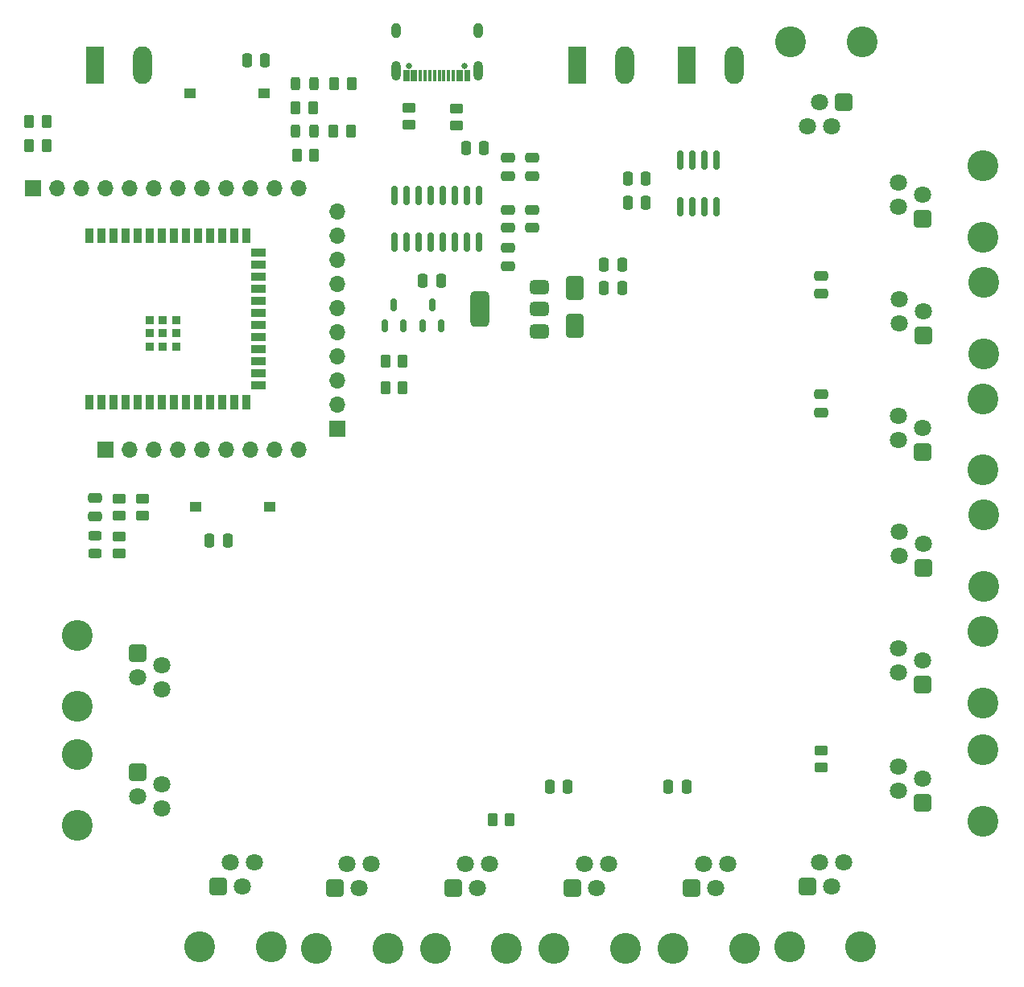
<source format=gbr>
%TF.GenerationSoftware,KiCad,Pcbnew,9.0.2-9.0.2-0~ubuntu24.04.1*%
%TF.CreationDate,2025-07-05T10:39:13-05:00*%
%TF.ProjectId,RECUV01,52454355-5630-4312-9e6b-696361645f70,rev?*%
%TF.SameCoordinates,Original*%
%TF.FileFunction,Soldermask,Top*%
%TF.FilePolarity,Negative*%
%FSLAX46Y46*%
G04 Gerber Fmt 4.6, Leading zero omitted, Abs format (unit mm)*
G04 Created by KiCad (PCBNEW 9.0.2-9.0.2-0~ubuntu24.04.1) date 2025-07-05 10:39:13*
%MOMM*%
%LPD*%
G01*
G04 APERTURE LIST*
G04 Aperture macros list*
%AMRoundRect*
0 Rectangle with rounded corners*
0 $1 Rounding radius*
0 $2 $3 $4 $5 $6 $7 $8 $9 X,Y pos of 4 corners*
0 Add a 4 corners polygon primitive as box body*
4,1,4,$2,$3,$4,$5,$6,$7,$8,$9,$2,$3,0*
0 Add four circle primitives for the rounded corners*
1,1,$1+$1,$2,$3*
1,1,$1+$1,$4,$5*
1,1,$1+$1,$6,$7*
1,1,$1+$1,$8,$9*
0 Add four rect primitives between the rounded corners*
20,1,$1+$1,$2,$3,$4,$5,0*
20,1,$1+$1,$4,$5,$6,$7,0*
20,1,$1+$1,$6,$7,$8,$9,0*
20,1,$1+$1,$8,$9,$2,$3,0*%
G04 Aperture macros list end*
%ADD10RoundRect,0.250000X-0.450000X0.262500X-0.450000X-0.262500X0.450000X-0.262500X0.450000X0.262500X0*%
%ADD11R,1.700000X1.700000*%
%ADD12O,1.700000X1.700000*%
%ADD13RoundRect,0.250000X-0.262500X-0.450000X0.262500X-0.450000X0.262500X0.450000X-0.262500X0.450000X0*%
%ADD14RoundRect,0.250000X0.262500X0.450000X-0.262500X0.450000X-0.262500X-0.450000X0.262500X-0.450000X0*%
%ADD15RoundRect,0.250000X0.475000X-0.250000X0.475000X0.250000X-0.475000X0.250000X-0.475000X-0.250000X0*%
%ADD16RoundRect,0.250000X-0.250000X-0.475000X0.250000X-0.475000X0.250000X0.475000X-0.250000X0.475000X0*%
%ADD17RoundRect,0.150000X-0.150000X0.825000X-0.150000X-0.825000X0.150000X-0.825000X0.150000X0.825000X0*%
%ADD18RoundRect,0.243750X-0.243750X-0.456250X0.243750X-0.456250X0.243750X0.456250X-0.243750X0.456250X0*%
%ADD19C,3.250000*%
%ADD20RoundRect,0.250000X-0.650000X-0.650000X0.650000X-0.650000X0.650000X0.650000X-0.650000X0.650000X0*%
%ADD21C,1.800000*%
%ADD22RoundRect,0.250000X0.450000X-0.262500X0.450000X0.262500X-0.450000X0.262500X-0.450000X-0.262500X0*%
%ADD23RoundRect,0.375000X0.625000X0.375000X-0.625000X0.375000X-0.625000X-0.375000X0.625000X-0.375000X0*%
%ADD24RoundRect,0.500000X0.500000X1.400000X-0.500000X1.400000X-0.500000X-1.400000X0.500000X-1.400000X0*%
%ADD25RoundRect,0.250000X0.650000X-0.650000X0.650000X0.650000X-0.650000X0.650000X-0.650000X-0.650000X0*%
%ADD26R,1.980000X3.960000*%
%ADD27O,1.980000X3.960000*%
%ADD28RoundRect,0.250000X0.650000X-1.000000X0.650000X1.000000X-0.650000X1.000000X-0.650000X-1.000000X0*%
%ADD29R,0.900000X1.500000*%
%ADD30R,1.500000X0.900000*%
%ADD31R,0.900000X0.900000*%
%ADD32C,0.650000*%
%ADD33R,0.300000X1.150000*%
%ADD34O,1.000000X2.100000*%
%ADD35O,1.000000X1.600000*%
%ADD36RoundRect,0.243750X0.456250X-0.243750X0.456250X0.243750X-0.456250X0.243750X-0.456250X-0.243750X0*%
%ADD37RoundRect,0.250000X-0.650000X0.650000X-0.650000X-0.650000X0.650000X-0.650000X0.650000X0.650000X0*%
%ADD38R,1.250000X1.000000*%
%ADD39RoundRect,0.250000X-0.475000X0.250000X-0.475000X-0.250000X0.475000X-0.250000X0.475000X0.250000X0*%
%ADD40RoundRect,0.250000X0.250000X0.475000X-0.250000X0.475000X-0.250000X-0.475000X0.250000X-0.475000X0*%
%ADD41RoundRect,0.250000X0.650000X0.650000X-0.650000X0.650000X-0.650000X-0.650000X0.650000X-0.650000X0*%
%ADD42RoundRect,0.150000X0.150000X-0.512500X0.150000X0.512500X-0.150000X0.512500X-0.150000X-0.512500X0*%
G04 APERTURE END LIST*
D10*
%TO.C,R2*%
X115840000Y-45037500D03*
X115840000Y-46862500D03*
%TD*%
D11*
%TO.C,J7*%
X103340000Y-78770000D03*
D12*
X103340000Y-76230000D03*
X103340000Y-73690000D03*
X103340000Y-71150000D03*
X103340000Y-68610000D03*
X103340000Y-66070000D03*
X103340000Y-63530000D03*
X103340000Y-60990000D03*
X103340000Y-58450000D03*
X103340000Y-55910000D03*
%TD*%
D13*
%TO.C,R9*%
X108377500Y-71675000D03*
X110202500Y-71675000D03*
%TD*%
D14*
%TO.C,R15*%
X72752500Y-48950000D03*
X70927500Y-48950000D03*
%TD*%
D15*
%TO.C,C7*%
X123790000Y-57625000D03*
X123790000Y-55725000D03*
%TD*%
%TO.C,C6*%
X121290000Y-57625000D03*
X121290000Y-55725000D03*
%TD*%
D16*
%TO.C,C12*%
X89890000Y-90500000D03*
X91790000Y-90500000D03*
%TD*%
D17*
%TO.C,U4*%
X143245000Y-50450000D03*
X141975000Y-50450000D03*
X140705000Y-50450000D03*
X139435000Y-50450000D03*
X139435000Y-55400000D03*
X140705000Y-55400000D03*
X141975000Y-55400000D03*
X143245000Y-55400000D03*
%TD*%
D18*
%TO.C,D1*%
X98965000Y-42450000D03*
X100840000Y-42450000D03*
%TD*%
D19*
%TO.C,BUS_I2C_1_1*%
X101140000Y-133410000D03*
X108640000Y-133410000D03*
D20*
X103050000Y-127060000D03*
D21*
X104320000Y-124520000D03*
X105590000Y-127060000D03*
X106860000Y-124520000D03*
%TD*%
D16*
%TO.C,C2*%
X131390000Y-61450000D03*
X133290000Y-61450000D03*
%TD*%
D22*
%TO.C,R10*%
X80340000Y-87912500D03*
X80340000Y-86087500D03*
%TD*%
D23*
%TO.C,U2*%
X124590000Y-68475000D03*
X124590000Y-66175000D03*
D24*
X118290000Y-66175000D03*
D23*
X124590000Y-63875000D03*
%TD*%
D19*
%TO.C,FC28_1*%
X150890000Y-133300000D03*
X158390000Y-133300000D03*
D20*
X152800000Y-126950000D03*
D21*
X154070000Y-124410000D03*
X155340000Y-126950000D03*
X156610000Y-124410000D03*
%TD*%
D11*
%TO.C,J6*%
X78940000Y-80950000D03*
D12*
X81480000Y-80950000D03*
X84020000Y-80950000D03*
X86560000Y-80950000D03*
X89100000Y-80950000D03*
X91640000Y-80950000D03*
X94180000Y-80950000D03*
X96720000Y-80950000D03*
X99260000Y-80950000D03*
%TD*%
D19*
%TO.C,PLUVIOMETER_2*%
X171250000Y-83100000D03*
X171250000Y-75600000D03*
D25*
X164900000Y-81190000D03*
D21*
X162360000Y-79920000D03*
X164900000Y-78650000D03*
X162360000Y-77380000D03*
%TD*%
D26*
%TO.C,J4*%
X140075000Y-40450000D03*
D27*
X145075000Y-40450000D03*
%TD*%
D19*
%TO.C,HX711_1*%
X171250000Y-58600000D03*
X171250000Y-51100000D03*
D25*
X164900000Y-56690000D03*
D21*
X162360000Y-55420000D03*
X164900000Y-54150000D03*
X162360000Y-52880000D03*
%TD*%
D28*
%TO.C,D3*%
X128340000Y-67950000D03*
X128340000Y-63950000D03*
%TD*%
D26*
%TO.C,J3*%
X77840000Y-40450000D03*
D27*
X82840000Y-40450000D03*
%TD*%
D29*
%TO.C,U3*%
X77260000Y-75950000D03*
X78530000Y-75950000D03*
X79800000Y-75950000D03*
X81070000Y-75950000D03*
X82340000Y-75950000D03*
X83610000Y-75950000D03*
X84880000Y-75950000D03*
X86150000Y-75950000D03*
X87420000Y-75950000D03*
X88690000Y-75950000D03*
X89960000Y-75950000D03*
X91230000Y-75950000D03*
X92500000Y-75950000D03*
X93770000Y-75950000D03*
D30*
X95020000Y-74185000D03*
X95020000Y-72915000D03*
X95020000Y-71645000D03*
X95020000Y-70375000D03*
X95020000Y-69105000D03*
X95020000Y-67835000D03*
X95020000Y-66565000D03*
X95020000Y-65295000D03*
X95020000Y-64025000D03*
X95020000Y-62755000D03*
X95020000Y-61485000D03*
X95020000Y-60215000D03*
D29*
X93770000Y-58450000D03*
X92500000Y-58450000D03*
X91230000Y-58450000D03*
X89960000Y-58450000D03*
X88690000Y-58450000D03*
X87420000Y-58450000D03*
X86150000Y-58450000D03*
X84880000Y-58450000D03*
X83610000Y-58450000D03*
X82340000Y-58450000D03*
X81070000Y-58450000D03*
X79800000Y-58450000D03*
X78530000Y-58450000D03*
X77260000Y-58450000D03*
D31*
X83580000Y-70100000D03*
X84980000Y-70100000D03*
X86380000Y-70100000D03*
X86380000Y-70100000D03*
X83580000Y-68700000D03*
X83580000Y-68700000D03*
X84980000Y-68700000D03*
X86380000Y-68700000D03*
X83580000Y-67300000D03*
X84980000Y-67300000D03*
X86380000Y-67300000D03*
%TD*%
D10*
%TO.C,R7*%
X80340000Y-90087500D03*
X80340000Y-91912500D03*
%TD*%
D32*
%TO.C,J1*%
X116680000Y-40555000D03*
X110900000Y-40555000D03*
D33*
X117140000Y-41620000D03*
X116340000Y-41620000D03*
X115040000Y-41620000D03*
X114040000Y-41620000D03*
X113540000Y-41620000D03*
X112540000Y-41620000D03*
X111240000Y-41620000D03*
X110440000Y-41620000D03*
X110740000Y-41620000D03*
X111540000Y-41620000D03*
X112040000Y-41620000D03*
X113040000Y-41620000D03*
X114540000Y-41620000D03*
X115540000Y-41620000D03*
X116040000Y-41620000D03*
X116840000Y-41620000D03*
D34*
X118110000Y-41055000D03*
D35*
X118110000Y-36875000D03*
D34*
X109470000Y-41055000D03*
D35*
X109470000Y-36875000D03*
%TD*%
D19*
%TO.C,DS18B20_1*%
X171250000Y-120050000D03*
X171250000Y-112550000D03*
D25*
X164900000Y-118140000D03*
D21*
X162360000Y-116870000D03*
X164900000Y-115600000D03*
X162360000Y-114330000D03*
%TD*%
D18*
%TO.C,D2*%
X98965000Y-47450000D03*
X100840000Y-47450000D03*
%TD*%
D36*
%TO.C,D4*%
X77840000Y-91875000D03*
X77840000Y-90000000D03*
%TD*%
D10*
%TO.C,R1*%
X110840000Y-44950000D03*
X110840000Y-46775000D03*
%TD*%
D14*
%TO.C,R5*%
X104815000Y-42450000D03*
X102990000Y-42450000D03*
%TD*%
D13*
%TO.C,R14*%
X70927500Y-46450000D03*
X72752500Y-46450000D03*
%TD*%
D11*
%TO.C,J5*%
X71340000Y-53450000D03*
D12*
X73880000Y-53450000D03*
X76420000Y-53450000D03*
X78960000Y-53450000D03*
X81500000Y-53450000D03*
X84040000Y-53450000D03*
X86580000Y-53450000D03*
X89120000Y-53450000D03*
X91660000Y-53450000D03*
X94200000Y-53450000D03*
X96740000Y-53450000D03*
X99280000Y-53450000D03*
%TD*%
D19*
%TO.C,PLUVIOMETER_1*%
X138640000Y-133410000D03*
X146140000Y-133410000D03*
D20*
X140550000Y-127060000D03*
D21*
X141820000Y-124520000D03*
X143090000Y-127060000D03*
X144360000Y-124520000D03*
%TD*%
D19*
%TO.C,BUS_I2C_1_3*%
X75990000Y-100500000D03*
X75990000Y-108000000D03*
D37*
X82340000Y-102410000D03*
D21*
X84880000Y-103680000D03*
X82340000Y-104950000D03*
X84880000Y-106220000D03*
%TD*%
D38*
%TO.C,SW2*%
X87840000Y-43450000D03*
X95590000Y-43450000D03*
%TD*%
D17*
%TO.C,U1*%
X118235000Y-54200000D03*
X116965000Y-54200000D03*
X115695000Y-54200000D03*
X114425000Y-54200000D03*
X113155000Y-54200000D03*
X111885000Y-54200000D03*
X110615000Y-54200000D03*
X109345000Y-54200000D03*
X109345000Y-59150000D03*
X110615000Y-59150000D03*
X111885000Y-59150000D03*
X113155000Y-59150000D03*
X114425000Y-59150000D03*
X115695000Y-59150000D03*
X116965000Y-59150000D03*
X118235000Y-59150000D03*
%TD*%
D26*
%TO.C,J2*%
X128575000Y-40450000D03*
D27*
X133575000Y-40450000D03*
%TD*%
D39*
%TO.C,C10*%
X121290000Y-59725000D03*
X121290000Y-61625000D03*
%TD*%
D16*
%TO.C,C1*%
X131390000Y-63950000D03*
X133290000Y-63950000D03*
%TD*%
D14*
%TO.C,R6*%
X104727500Y-47450000D03*
X102902500Y-47450000D03*
%TD*%
D39*
%TO.C,C17*%
X154250000Y-75150000D03*
X154250000Y-77050000D03*
%TD*%
D40*
%TO.C,C15*%
X135790000Y-52450000D03*
X133890000Y-52450000D03*
%TD*%
D19*
%TO.C,BUS_I2C_2_2*%
X75990000Y-113000000D03*
X75990000Y-120500000D03*
D37*
X82340000Y-114910000D03*
D21*
X84880000Y-116180000D03*
X82340000Y-117450000D03*
X84880000Y-118720000D03*
%TD*%
D39*
%TO.C,C18*%
X154250000Y-62650000D03*
X154250000Y-64550000D03*
%TD*%
D16*
%TO.C,C3*%
X116840000Y-49175000D03*
X118740000Y-49175000D03*
%TD*%
%TO.C,C8*%
X112340000Y-63175000D03*
X114240000Y-63175000D03*
%TD*%
D13*
%TO.C,R12*%
X119640000Y-119910000D03*
X121465000Y-119910000D03*
%TD*%
D19*
%TO.C,DHT22_1*%
X171350000Y-95350000D03*
X171350000Y-87850000D03*
D25*
X165000000Y-93440000D03*
D21*
X162460000Y-92170000D03*
X165000000Y-90900000D03*
X162460000Y-89630000D03*
%TD*%
D19*
%TO.C,HX711_2*%
X158500000Y-38000000D03*
X151000000Y-38000000D03*
D41*
X156590000Y-44350000D03*
D21*
X155320000Y-46890000D03*
X154050000Y-44350000D03*
X152780000Y-46890000D03*
%TD*%
D19*
%TO.C,BUS_I2C_1_2*%
X88890000Y-133300000D03*
X96390000Y-133300000D03*
D20*
X90800000Y-126950000D03*
D21*
X92070000Y-124410000D03*
X93340000Y-126950000D03*
X94610000Y-124410000D03*
%TD*%
D42*
%TO.C,Q1*%
X112340000Y-67950000D03*
X114240000Y-67950000D03*
X113290000Y-65675000D03*
%TD*%
D16*
%TO.C,C14*%
X138140000Y-116410000D03*
X140040000Y-116410000D03*
%TD*%
D40*
%TO.C,C9*%
X95740000Y-39950000D03*
X93840000Y-39950000D03*
%TD*%
D42*
%TO.C,Q2*%
X108340000Y-67950000D03*
X110240000Y-67950000D03*
X109290000Y-65675000D03*
%TD*%
D13*
%TO.C,R4*%
X99077500Y-49950000D03*
X100902500Y-49950000D03*
%TD*%
D22*
%TO.C,R11*%
X82840000Y-87912500D03*
X82840000Y-86087500D03*
%TD*%
D15*
%TO.C,C4*%
X123790000Y-52125000D03*
X123790000Y-50225000D03*
%TD*%
%TO.C,C11*%
X77840000Y-87950000D03*
X77840000Y-86050000D03*
%TD*%
D19*
%TO.C,W_SPEED_1/W_DIR_1*%
X126140000Y-133410000D03*
X133640000Y-133410000D03*
D20*
X128050000Y-127060000D03*
D21*
X129320000Y-124520000D03*
X130590000Y-127060000D03*
X131860000Y-124520000D03*
%TD*%
D19*
%TO.C,BUS_I2C_2_1*%
X113640000Y-133410000D03*
X121140000Y-133410000D03*
D20*
X115550000Y-127060000D03*
D21*
X116820000Y-124520000D03*
X118090000Y-127060000D03*
X119360000Y-124520000D03*
%TD*%
D19*
%TO.C,DAVIS6450_1*%
X171250000Y-107600000D03*
X171250000Y-100100000D03*
D25*
X164900000Y-105690000D03*
D21*
X162360000Y-104420000D03*
X164900000Y-103150000D03*
X162360000Y-101880000D03*
%TD*%
D19*
%TO.C,PLUVIOMETER_3*%
X171350000Y-70850000D03*
X171350000Y-63350000D03*
D25*
X165000000Y-68940000D03*
D21*
X162460000Y-67670000D03*
X165000000Y-66400000D03*
X162460000Y-65130000D03*
%TD*%
D14*
%TO.C,R8*%
X110202500Y-74450000D03*
X108377500Y-74450000D03*
%TD*%
D40*
%TO.C,C16*%
X135790000Y-54950000D03*
X133890000Y-54950000D03*
%TD*%
D38*
%TO.C,SW1*%
X96215000Y-87000000D03*
X88465000Y-87000000D03*
%TD*%
D16*
%TO.C,C13*%
X125640000Y-116410000D03*
X127540000Y-116410000D03*
%TD*%
D14*
%TO.C,R3*%
X100752500Y-44950000D03*
X98927500Y-44950000D03*
%TD*%
D15*
%TO.C,C5*%
X121290000Y-52125000D03*
X121290000Y-50225000D03*
%TD*%
D22*
%TO.C,R13*%
X154250000Y-114425000D03*
X154250000Y-112600000D03*
%TD*%
M02*

</source>
